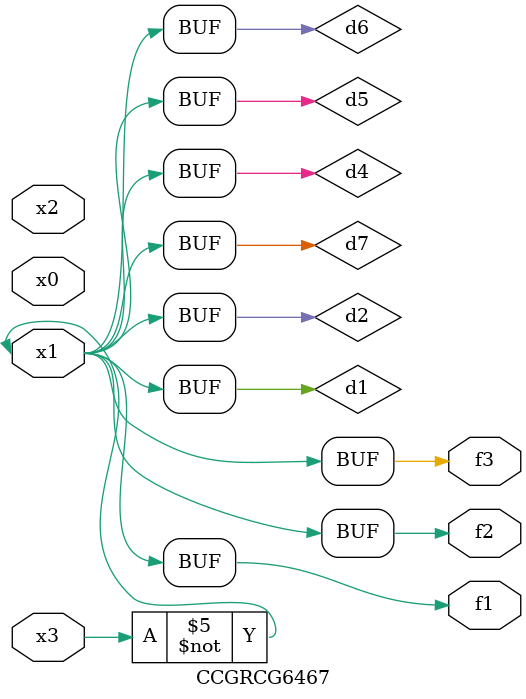
<source format=v>
module CCGRCG6467(
	input x0, x1, x2, x3,
	output f1, f2, f3
);

	wire d1, d2, d3, d4, d5, d6, d7;

	not (d1, x3);
	buf (d2, x1);
	xnor (d3, d1, d2);
	nor (d4, d1);
	buf (d5, d1, d2);
	buf (d6, d4, d5);
	nand (d7, d4);
	assign f1 = d6;
	assign f2 = d7;
	assign f3 = d6;
endmodule

</source>
